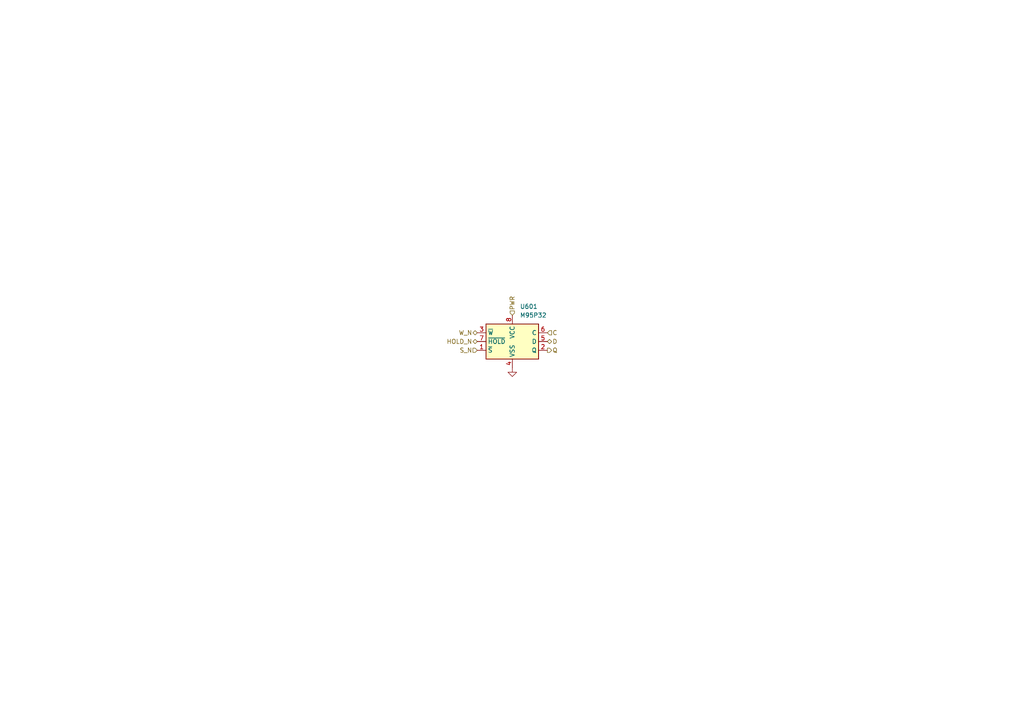
<source format=kicad_sch>
(kicad_sch (version 20231120) (generator "eeschema") (generator_version "8.0")
  (paper "A4")
  (title_block (title "Storage Module") (date "2024-09-09") (rev "1") (company "Author: Lucas Merritt"))
  (lib_symbols
    (symbol "Memory_EEPROM:M95256-WMN6P"
      (property "Reference" "U" (at -7.62 6.35 0))
      (property "Value" "M95256-WMN6P" (at 2.54 -6.35 0))
      (symbol "M95256-WMN6P_1_1"
        (rectangle (start -7.62 5.08) (end 7.62 -5.08) (stroke (width 0.254)) (fill (type background)))
        (pin input line (at -10.16 -2.54 0) (length 2.54) (name "~{S}") (number "1"))
        (pin output line (at 10.16 -2.54 180) (length 2.54) (name "Q") (number "2"))
        (pin input line (at -10.16 2.54 0) (length 2.54) (name "~{W}") (number "3"))
        (pin power_in line (at 0 -7.62 90) (length 2.54) (name "VSS") (number "4"))
        (pin input line (at 10.16 0 180) (length 2.54) (name "D") (number "5"))
        (pin input line (at 10.16 2.54 180) (length 2.54) (name "C") (number "6"))
        (pin input line (at -10.16 0 0) (length 2.54) (name "~{HOLD}") (number "7"))
        (pin power_in line (at 0 7.62 270) (length 2.54) (name "VCC") (number "8"))
      )
    )
    (symbol "power:GND" (power) (pin_numbers hide) (pin_names (offset 0) hide)
      (property "Value" "GND" (at 0 -3.81 0))
      (symbol "GND_0_1"
        (polyline (pts (xy 0 0) (xy 0 -1.27) (xy 1.27 -1.27) (xy 0 -2.54) (xy -1.27 -1.27) (xy 0 -1.27)))
      )
      (symbol "GND_1_1"
        (pin power_in line (at 0 0 270) (length 0) (name "~") (number "1"))
      )
    )
  )
  (hierarchical_label "D" (shape bidirectional) (at 158.75 99.06 0))
  (hierarchical_label "S_N" (shape input) (at 138.43 101.6 180))
  (hierarchical_label "PWR" (shape input) (at 148.59 91.44 90))
  (hierarchical_label "W_N" (shape bidirectional) (at 138.43 96.52 180))
  (hierarchical_label "C" (shape input) (at 158.75 96.52 0))
  (hierarchical_label "Q" (shape output) (at 158.75 101.6 0))
  (hierarchical_label "HOLD_N" (shape bidirectional) (at 138.43 99.06 180))
  (symbol (lib_id "power:GND") (at 148.59 106.68 0) (unit 1)
    (property "Reference" "#PWR0601" (effects (hide yes)))
    (property "Value" "GND" (effects (hide yes)))
    (property "Description" "Power symbol creates a global label with name \"GND\" , ground" (effects (hide yes)))
  )
  (symbol (lib_id "Memory_EEPROM:M95256-WMN6P") (at 148.59 99.06 0) (unit 1)
    (property "Reference" "U601" (at 150.7841 88.9 0) (effects (justify left)))
    (property "Value" "M95P32" (at 150.7841 91.44 0) (effects (justify left)))
    (property "Footprint" "Package_SO:SOIC-8_3.9x4.9mm_P1.27mm" (effects (hide yes)))
    (property "Datasheet" "http://www.st.com/content/ccc/resource/technical/document/datasheet/9d/75/f0/3e/76/00/4c/0b/CD00103810.pdf/files/CD00103810.pdf/jcr:content/translations/en.CD00103810.pdf" (effects (hide yes)))
    (property "Description" "SPI EEPROM, 256Kb (32K x 8), No Identification Page, 2.5 to 5.5V, SO8" (effects (hide yes)))
  )
)
</source>
